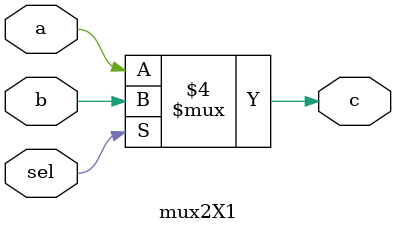
<source format=v>
module mux2X1(a,b,sel,c);
       input a,b,sel;
       output reg c;
       
       always @(*) 
              begin
                     c=a;
                     if(sel==1)
                            c=b;
              end
endmodule

</source>
